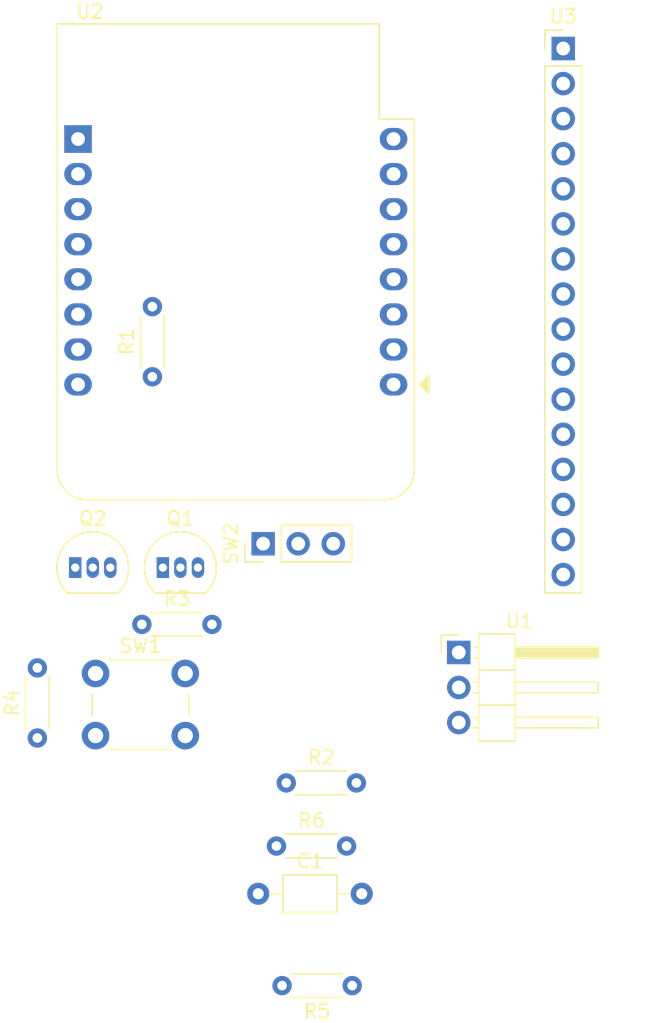
<source format=kicad_pcb>
(kicad_pcb (version 20171130) (host pcbnew 5.0.2+dfsg1-1)

  (general
    (thickness 1.6)
    (drawings 0)
    (tracks 0)
    (zones 0)
    (modules 14)
    (nets 18)
  )

  (page A4)
  (layers
    (0 F.Cu signal)
    (31 B.Cu signal)
    (32 B.Adhes user)
    (33 F.Adhes user)
    (34 B.Paste user)
    (35 F.Paste user)
    (36 B.SilkS user)
    (37 F.SilkS user)
    (38 B.Mask user)
    (39 F.Mask user)
    (40 Dwgs.User user)
    (41 Cmts.User user)
    (42 Eco1.User user)
    (43 Eco2.User user)
    (44 Edge.Cuts user)
    (45 Margin user)
    (46 B.CrtYd user)
    (47 F.CrtYd user)
    (48 B.Fab user)
    (49 F.Fab user)
  )

  (setup
    (last_trace_width 0.25)
    (trace_clearance 0.2)
    (zone_clearance 0.508)
    (zone_45_only no)
    (trace_min 0.2)
    (segment_width 0.2)
    (edge_width 0.15)
    (via_size 0.8)
    (via_drill 0.4)
    (via_min_size 0.4)
    (via_min_drill 0.3)
    (uvia_size 0.3)
    (uvia_drill 0.1)
    (uvias_allowed no)
    (uvia_min_size 0.2)
    (uvia_min_drill 0.1)
    (pcb_text_width 0.3)
    (pcb_text_size 1.5 1.5)
    (mod_edge_width 0.15)
    (mod_text_size 1 1)
    (mod_text_width 0.15)
    (pad_size 1.524 1.524)
    (pad_drill 0.762)
    (pad_to_mask_clearance 0.051)
    (solder_mask_min_width 0.25)
    (aux_axis_origin 0 0)
    (visible_elements FFFFFF7F)
    (pcbplotparams
      (layerselection 0x010fc_ffffffff)
      (usegerberextensions false)
      (usegerberattributes false)
      (usegerberadvancedattributes false)
      (creategerberjobfile false)
      (excludeedgelayer true)
      (linewidth 0.100000)
      (plotframeref false)
      (viasonmask false)
      (mode 1)
      (useauxorigin false)
      (hpglpennumber 1)
      (hpglpenspeed 20)
      (hpglpendiameter 15.000000)
      (psnegative false)
      (psa4output false)
      (plotreference true)
      (plotvalue true)
      (plotinvisibletext false)
      (padsonsilk false)
      (subtractmaskfromsilk false)
      (outputformat 1)
      (mirror false)
      (drillshape 1)
      (scaleselection 1)
      (outputdirectory ""))
  )

  (net 0 "")
  (net 1 "Net-(Q1-Pad2)")
  (net 2 "Net-(Q1-Pad3)")
  (net 3 +3V3)
  (net 4 GND)
  (net 5 "Net-(Q2-Pad2)")
  (net 6 "Net-(R1-Pad2)")
  (net 7 "Net-(R2-Pad2)")
  (net 8 "Net-(R4-Pad1)")
  (net 9 "Net-(C1-Pad1)")
  (net 10 "Net-(SW2-Pad2)")
  (net 11 "Net-(U1-Pad2)")
  (net 12 +5V)
  (net 13 "Net-(U2-Pad11)")
  (net 14 "Net-(U2-Pad12)")
  (net 15 "Net-(U2-Pad13)")
  (net 16 "Net-(U2-Pad14)")
  (net 17 "Net-(U2-Pad15)")

  (net_class Default "This is the default net class."
    (clearance 0.2)
    (trace_width 0.25)
    (via_dia 0.8)
    (via_drill 0.4)
    (uvia_dia 0.3)
    (uvia_drill 0.1)
    (add_net +3V3)
    (add_net +5V)
    (add_net GND)
    (add_net "Net-(C1-Pad1)")
    (add_net "Net-(Q1-Pad2)")
    (add_net "Net-(Q1-Pad3)")
    (add_net "Net-(Q2-Pad2)")
    (add_net "Net-(R1-Pad2)")
    (add_net "Net-(R2-Pad2)")
    (add_net "Net-(R4-Pad1)")
    (add_net "Net-(SW2-Pad2)")
    (add_net "Net-(U1-Pad2)")
    (add_net "Net-(U2-Pad11)")
    (add_net "Net-(U2-Pad12)")
    (add_net "Net-(U2-Pad13)")
    (add_net "Net-(U2-Pad14)")
    (add_net "Net-(U2-Pad15)")
  )

  (module TO_SOT_Packages_THT:TO-92_Inline_Narrow_Oval (layer F.Cu) (tedit 58CE52AF) (tstamp 5D7AF4EA)
    (at 169.5196 130.048)
    (descr "TO-92 leads in-line, narrow, oval pads, drill 0.6mm (see NXP sot054_po.pdf)")
    (tags "to-92 sc-43 sc-43a sot54 PA33 transistor")
    (path /5D69C8C7)
    (fp_text reference Q1 (at 1.27 -3.56) (layer F.SilkS)
      (effects (font (size 1 1) (thickness 0.15)))
    )
    (fp_text value 2N4403-ND (at 1.27 2.79) (layer F.Fab)
      (effects (font (size 1 1) (thickness 0.15)))
    )
    (fp_text user %R (at 1.27 -3.56) (layer F.Fab)
      (effects (font (size 1 1) (thickness 0.15)))
    )
    (fp_line (start -0.53 1.85) (end 3.07 1.85) (layer F.SilkS) (width 0.12))
    (fp_line (start -0.5 1.75) (end 3 1.75) (layer F.Fab) (width 0.1))
    (fp_line (start -1.46 -2.73) (end 4 -2.73) (layer F.CrtYd) (width 0.05))
    (fp_line (start -1.46 -2.73) (end -1.46 2.01) (layer F.CrtYd) (width 0.05))
    (fp_line (start 4 2.01) (end 4 -2.73) (layer F.CrtYd) (width 0.05))
    (fp_line (start 4 2.01) (end -1.46 2.01) (layer F.CrtYd) (width 0.05))
    (fp_arc (start 1.27 0) (end 1.27 -2.48) (angle 135) (layer F.Fab) (width 0.1))
    (fp_arc (start 1.27 0) (end 1.27 -2.6) (angle -135) (layer F.SilkS) (width 0.12))
    (fp_arc (start 1.27 0) (end 1.27 -2.48) (angle -135) (layer F.Fab) (width 0.1))
    (fp_arc (start 1.27 0) (end 1.27 -2.6) (angle 135) (layer F.SilkS) (width 0.12))
    (pad 2 thru_hole oval (at 1.27 0 180) (size 0.9 1.5) (drill 0.6) (layers *.Cu *.Mask)
      (net 1 "Net-(Q1-Pad2)"))
    (pad 3 thru_hole oval (at 2.54 0 180) (size 0.9 1.5) (drill 0.6) (layers *.Cu *.Mask)
      (net 2 "Net-(Q1-Pad3)"))
    (pad 1 thru_hole rect (at 0 0 180) (size 0.9 1.5) (drill 0.6) (layers *.Cu *.Mask)
      (net 3 +3V3))
    (model ${KISYS3DMOD}/TO_SOT_Packages_THT.3dshapes/TO-92_Inline_Narrow_Oval.wrl
      (offset (xyz 1.269999980926514 0 0))
      (scale (xyz 1 1 1))
      (rotate (xyz 0 0 -90))
    )
  )

  (module TO_SOT_Packages_THT:TO-92_Inline_Narrow_Oval (layer F.Cu) (tedit 58CE52AF) (tstamp 5D7AF4FC)
    (at 163.1696 130.048)
    (descr "TO-92 leads in-line, narrow, oval pads, drill 0.6mm (see NXP sot054_po.pdf)")
    (tags "to-92 sc-43 sc-43a sot54 PA33 transistor")
    (path /5D69BEDE)
    (fp_text reference Q2 (at 1.27 -3.56) (layer F.SilkS)
      (effects (font (size 1 1) (thickness 0.15)))
    )
    (fp_text value 2N4401-ND (at 1.27 2.79) (layer F.Fab)
      (effects (font (size 1 1) (thickness 0.15)))
    )
    (fp_arc (start 1.27 0) (end 1.27 -2.6) (angle 135) (layer F.SilkS) (width 0.12))
    (fp_arc (start 1.27 0) (end 1.27 -2.48) (angle -135) (layer F.Fab) (width 0.1))
    (fp_arc (start 1.27 0) (end 1.27 -2.6) (angle -135) (layer F.SilkS) (width 0.12))
    (fp_arc (start 1.27 0) (end 1.27 -2.48) (angle 135) (layer F.Fab) (width 0.1))
    (fp_line (start 4 2.01) (end -1.46 2.01) (layer F.CrtYd) (width 0.05))
    (fp_line (start 4 2.01) (end 4 -2.73) (layer F.CrtYd) (width 0.05))
    (fp_line (start -1.46 -2.73) (end -1.46 2.01) (layer F.CrtYd) (width 0.05))
    (fp_line (start -1.46 -2.73) (end 4 -2.73) (layer F.CrtYd) (width 0.05))
    (fp_line (start -0.5 1.75) (end 3 1.75) (layer F.Fab) (width 0.1))
    (fp_line (start -0.53 1.85) (end 3.07 1.85) (layer F.SilkS) (width 0.12))
    (fp_text user %R (at 1.27 -3.56) (layer F.Fab)
      (effects (font (size 1 1) (thickness 0.15)))
    )
    (pad 1 thru_hole rect (at 0 0 180) (size 0.9 1.5) (drill 0.6) (layers *.Cu *.Mask)
      (net 4 GND))
    (pad 3 thru_hole oval (at 2.54 0 180) (size 0.9 1.5) (drill 0.6) (layers *.Cu *.Mask)
      (net 1 "Net-(Q1-Pad2)"))
    (pad 2 thru_hole oval (at 1.27 0 180) (size 0.9 1.5) (drill 0.6) (layers *.Cu *.Mask)
      (net 5 "Net-(Q2-Pad2)"))
    (model ${KISYS3DMOD}/TO_SOT_Packages_THT.3dshapes/TO-92_Inline_Narrow_Oval.wrl
      (offset (xyz 1.269999980926514 0 0))
      (scale (xyz 1 1 1))
      (rotate (xyz 0 0 -90))
    )
  )

  (module Resistors_THT:R_Axial_DIN0204_L3.6mm_D1.6mm_P5.08mm_Horizontal (layer F.Cu) (tedit 5874F706) (tstamp 5D7AF50E)
    (at 168.7576 116.2304 90)
    (descr "Resistor, Axial_DIN0204 series, Axial, Horizontal, pin pitch=5.08mm, 0.16666666666666666W = 1/6W, length*diameter=3.6*1.6mm^2, http://cdn-reichelt.de/documents/datenblatt/B400/1_4W%23YAG.pdf")
    (tags "Resistor Axial_DIN0204 series Axial Horizontal pin pitch 5.08mm 0.16666666666666666W = 1/6W length 3.6mm diameter 1.6mm")
    (path /5D69E765)
    (fp_text reference R1 (at 2.54 -1.86 90) (layer F.SilkS)
      (effects (font (size 1 1) (thickness 0.15)))
    )
    (fp_text value 4.7k (at 2.54 1.86 90) (layer F.Fab)
      (effects (font (size 1 1) (thickness 0.15)))
    )
    (fp_line (start 0.74 -0.8) (end 0.74 0.8) (layer F.Fab) (width 0.1))
    (fp_line (start 0.74 0.8) (end 4.34 0.8) (layer F.Fab) (width 0.1))
    (fp_line (start 4.34 0.8) (end 4.34 -0.8) (layer F.Fab) (width 0.1))
    (fp_line (start 4.34 -0.8) (end 0.74 -0.8) (layer F.Fab) (width 0.1))
    (fp_line (start 0 0) (end 0.74 0) (layer F.Fab) (width 0.1))
    (fp_line (start 5.08 0) (end 4.34 0) (layer F.Fab) (width 0.1))
    (fp_line (start 0.68 -0.86) (end 4.4 -0.86) (layer F.SilkS) (width 0.12))
    (fp_line (start 0.68 0.86) (end 4.4 0.86) (layer F.SilkS) (width 0.12))
    (fp_line (start -0.95 -1.15) (end -0.95 1.15) (layer F.CrtYd) (width 0.05))
    (fp_line (start -0.95 1.15) (end 6.05 1.15) (layer F.CrtYd) (width 0.05))
    (fp_line (start 6.05 1.15) (end 6.05 -1.15) (layer F.CrtYd) (width 0.05))
    (fp_line (start 6.05 -1.15) (end -0.95 -1.15) (layer F.CrtYd) (width 0.05))
    (pad 1 thru_hole circle (at 0 0 90) (size 1.4 1.4) (drill 0.7) (layers *.Cu *.Mask)
      (net 5 "Net-(Q2-Pad2)"))
    (pad 2 thru_hole oval (at 5.08 0 90) (size 1.4 1.4) (drill 0.7) (layers *.Cu *.Mask)
      (net 6 "Net-(R1-Pad2)"))
    (model ${KISYS3DMOD}/Resistors_THT.3dshapes/R_Axial_DIN0204_L3.6mm_D1.6mm_P5.08mm_Horizontal.wrl
      (at (xyz 0 0 0))
      (scale (xyz 0.393701 0.393701 0.393701))
      (rotate (xyz 0 0 0))
    )
  )

  (module Resistors_THT:R_Axial_DIN0204_L3.6mm_D1.6mm_P5.08mm_Horizontal (layer F.Cu) (tedit 5874F706) (tstamp 5D7AF520)
    (at 178.4604 145.6436)
    (descr "Resistor, Axial_DIN0204 series, Axial, Horizontal, pin pitch=5.08mm, 0.16666666666666666W = 1/6W, length*diameter=3.6*1.6mm^2, http://cdn-reichelt.de/documents/datenblatt/B400/1_4W%23YAG.pdf")
    (tags "Resistor Axial_DIN0204 series Axial Horizontal pin pitch 5.08mm 0.16666666666666666W = 1/6W length 3.6mm diameter 1.6mm")
    (path /5D6B65AE)
    (fp_text reference R2 (at 2.54 -1.86) (layer F.SilkS)
      (effects (font (size 1 1) (thickness 0.15)))
    )
    (fp_text value 220 (at 2.54 1.86) (layer F.Fab)
      (effects (font (size 1 1) (thickness 0.15)))
    )
    (fp_line (start 6.05 -1.15) (end -0.95 -1.15) (layer F.CrtYd) (width 0.05))
    (fp_line (start 6.05 1.15) (end 6.05 -1.15) (layer F.CrtYd) (width 0.05))
    (fp_line (start -0.95 1.15) (end 6.05 1.15) (layer F.CrtYd) (width 0.05))
    (fp_line (start -0.95 -1.15) (end -0.95 1.15) (layer F.CrtYd) (width 0.05))
    (fp_line (start 0.68 0.86) (end 4.4 0.86) (layer F.SilkS) (width 0.12))
    (fp_line (start 0.68 -0.86) (end 4.4 -0.86) (layer F.SilkS) (width 0.12))
    (fp_line (start 5.08 0) (end 4.34 0) (layer F.Fab) (width 0.1))
    (fp_line (start 0 0) (end 0.74 0) (layer F.Fab) (width 0.1))
    (fp_line (start 4.34 -0.8) (end 0.74 -0.8) (layer F.Fab) (width 0.1))
    (fp_line (start 4.34 0.8) (end 4.34 -0.8) (layer F.Fab) (width 0.1))
    (fp_line (start 0.74 0.8) (end 4.34 0.8) (layer F.Fab) (width 0.1))
    (fp_line (start 0.74 -0.8) (end 0.74 0.8) (layer F.Fab) (width 0.1))
    (pad 2 thru_hole oval (at 5.08 0) (size 1.4 1.4) (drill 0.7) (layers *.Cu *.Mask)
      (net 7 "Net-(R2-Pad2)"))
    (pad 1 thru_hole circle (at 0 0) (size 1.4 1.4) (drill 0.7) (layers *.Cu *.Mask)
      (net 3 +3V3))
    (model ${KISYS3DMOD}/Resistors_THT.3dshapes/R_Axial_DIN0204_L3.6mm_D1.6mm_P5.08mm_Horizontal.wrl
      (at (xyz 0 0 0))
      (scale (xyz 0.393701 0.393701 0.393701))
      (rotate (xyz 0 0 0))
    )
  )

  (module Resistors_THT:R_Axial_DIN0204_L3.6mm_D1.6mm_P5.08mm_Horizontal (layer F.Cu) (tedit 5874F706) (tstamp 5D7AF532)
    (at 167.9956 134.1628)
    (descr "Resistor, Axial_DIN0204 series, Axial, Horizontal, pin pitch=5.08mm, 0.16666666666666666W = 1/6W, length*diameter=3.6*1.6mm^2, http://cdn-reichelt.de/documents/datenblatt/B400/1_4W%23YAG.pdf")
    (tags "Resistor Axial_DIN0204 series Axial Horizontal pin pitch 5.08mm 0.16666666666666666W = 1/6W length 3.6mm diameter 1.6mm")
    (path /5D69E708)
    (fp_text reference R3 (at 2.54 -1.86) (layer F.SilkS)
      (effects (font (size 1 1) (thickness 0.15)))
    )
    (fp_text value 4.7k (at 2.54 1.86) (layer F.Fab)
      (effects (font (size 1 1) (thickness 0.15)))
    )
    (fp_line (start 6.05 -1.15) (end -0.95 -1.15) (layer F.CrtYd) (width 0.05))
    (fp_line (start 6.05 1.15) (end 6.05 -1.15) (layer F.CrtYd) (width 0.05))
    (fp_line (start -0.95 1.15) (end 6.05 1.15) (layer F.CrtYd) (width 0.05))
    (fp_line (start -0.95 -1.15) (end -0.95 1.15) (layer F.CrtYd) (width 0.05))
    (fp_line (start 0.68 0.86) (end 4.4 0.86) (layer F.SilkS) (width 0.12))
    (fp_line (start 0.68 -0.86) (end 4.4 -0.86) (layer F.SilkS) (width 0.12))
    (fp_line (start 5.08 0) (end 4.34 0) (layer F.Fab) (width 0.1))
    (fp_line (start 0 0) (end 0.74 0) (layer F.Fab) (width 0.1))
    (fp_line (start 4.34 -0.8) (end 0.74 -0.8) (layer F.Fab) (width 0.1))
    (fp_line (start 4.34 0.8) (end 4.34 -0.8) (layer F.Fab) (width 0.1))
    (fp_line (start 0.74 0.8) (end 4.34 0.8) (layer F.Fab) (width 0.1))
    (fp_line (start 0.74 -0.8) (end 0.74 0.8) (layer F.Fab) (width 0.1))
    (pad 2 thru_hole oval (at 5.08 0) (size 1.4 1.4) (drill 0.7) (layers *.Cu *.Mask)
      (net 3 +3V3))
    (pad 1 thru_hole circle (at 0 0) (size 1.4 1.4) (drill 0.7) (layers *.Cu *.Mask)
      (net 1 "Net-(Q1-Pad2)"))
    (model ${KISYS3DMOD}/Resistors_THT.3dshapes/R_Axial_DIN0204_L3.6mm_D1.6mm_P5.08mm_Horizontal.wrl
      (at (xyz 0 0 0))
      (scale (xyz 0.393701 0.393701 0.393701))
      (rotate (xyz 0 0 0))
    )
  )

  (module Resistors_THT:R_Axial_DIN0204_L3.6mm_D1.6mm_P5.08mm_Horizontal (layer F.Cu) (tedit 5874F706) (tstamp 5D7AF544)
    (at 160.4264 142.3924 90)
    (descr "Resistor, Axial_DIN0204 series, Axial, Horizontal, pin pitch=5.08mm, 0.16666666666666666W = 1/6W, length*diameter=3.6*1.6mm^2, http://cdn-reichelt.de/documents/datenblatt/B400/1_4W%23YAG.pdf")
    (tags "Resistor Axial_DIN0204 series Axial Horizontal pin pitch 5.08mm 0.16666666666666666W = 1/6W length 3.6mm diameter 1.6mm")
    (path /5D76AA6E)
    (fp_text reference R4 (at 2.54 -1.86 90) (layer F.SilkS)
      (effects (font (size 1 1) (thickness 0.15)))
    )
    (fp_text value 10k (at 2.54 1.86 90) (layer F.Fab)
      (effects (font (size 1 1) (thickness 0.15)))
    )
    (fp_line (start 0.74 -0.8) (end 0.74 0.8) (layer F.Fab) (width 0.1))
    (fp_line (start 0.74 0.8) (end 4.34 0.8) (layer F.Fab) (width 0.1))
    (fp_line (start 4.34 0.8) (end 4.34 -0.8) (layer F.Fab) (width 0.1))
    (fp_line (start 4.34 -0.8) (end 0.74 -0.8) (layer F.Fab) (width 0.1))
    (fp_line (start 0 0) (end 0.74 0) (layer F.Fab) (width 0.1))
    (fp_line (start 5.08 0) (end 4.34 0) (layer F.Fab) (width 0.1))
    (fp_line (start 0.68 -0.86) (end 4.4 -0.86) (layer F.SilkS) (width 0.12))
    (fp_line (start 0.68 0.86) (end 4.4 0.86) (layer F.SilkS) (width 0.12))
    (fp_line (start -0.95 -1.15) (end -0.95 1.15) (layer F.CrtYd) (width 0.05))
    (fp_line (start -0.95 1.15) (end 6.05 1.15) (layer F.CrtYd) (width 0.05))
    (fp_line (start 6.05 1.15) (end 6.05 -1.15) (layer F.CrtYd) (width 0.05))
    (fp_line (start 6.05 -1.15) (end -0.95 -1.15) (layer F.CrtYd) (width 0.05))
    (pad 1 thru_hole circle (at 0 0 90) (size 1.4 1.4) (drill 0.7) (layers *.Cu *.Mask)
      (net 8 "Net-(R4-Pad1)"))
    (pad 2 thru_hole oval (at 5.08 0 90) (size 1.4 1.4) (drill 0.7) (layers *.Cu *.Mask)
      (net 4 GND))
    (model ${KISYS3DMOD}/Resistors_THT.3dshapes/R_Axial_DIN0204_L3.6mm_D1.6mm_P5.08mm_Horizontal.wrl
      (at (xyz 0 0 0))
      (scale (xyz 0.393701 0.393701 0.393701))
      (rotate (xyz 0 0 0))
    )
  )

  (module Resistors_THT:R_Axial_DIN0204_L3.6mm_D1.6mm_P5.08mm_Horizontal (layer F.Cu) (tedit 5874F706) (tstamp 5D7AF556)
    (at 183.2356 160.3248 180)
    (descr "Resistor, Axial_DIN0204 series, Axial, Horizontal, pin pitch=5.08mm, 0.16666666666666666W = 1/6W, length*diameter=3.6*1.6mm^2, http://cdn-reichelt.de/documents/datenblatt/B400/1_4W%23YAG.pdf")
    (tags "Resistor Axial_DIN0204 series Axial Horizontal pin pitch 5.08mm 0.16666666666666666W = 1/6W length 3.6mm diameter 1.6mm")
    (path /5D6B739F)
    (fp_text reference R5 (at 2.54 -1.86 180) (layer F.SilkS)
      (effects (font (size 1 1) (thickness 0.15)))
    )
    (fp_text value 70-36k (at 2.54 1.86 180) (layer F.Fab)
      (effects (font (size 1 1) (thickness 0.15)))
    )
    (fp_line (start 6.05 -1.15) (end -0.95 -1.15) (layer F.CrtYd) (width 0.05))
    (fp_line (start 6.05 1.15) (end 6.05 -1.15) (layer F.CrtYd) (width 0.05))
    (fp_line (start -0.95 1.15) (end 6.05 1.15) (layer F.CrtYd) (width 0.05))
    (fp_line (start -0.95 -1.15) (end -0.95 1.15) (layer F.CrtYd) (width 0.05))
    (fp_line (start 0.68 0.86) (end 4.4 0.86) (layer F.SilkS) (width 0.12))
    (fp_line (start 0.68 -0.86) (end 4.4 -0.86) (layer F.SilkS) (width 0.12))
    (fp_line (start 5.08 0) (end 4.34 0) (layer F.Fab) (width 0.1))
    (fp_line (start 0 0) (end 0.74 0) (layer F.Fab) (width 0.1))
    (fp_line (start 4.34 -0.8) (end 0.74 -0.8) (layer F.Fab) (width 0.1))
    (fp_line (start 4.34 0.8) (end 4.34 -0.8) (layer F.Fab) (width 0.1))
    (fp_line (start 0.74 0.8) (end 4.34 0.8) (layer F.Fab) (width 0.1))
    (fp_line (start 0.74 -0.8) (end 0.74 0.8) (layer F.Fab) (width 0.1))
    (pad 2 thru_hole oval (at 5.08 0 180) (size 1.4 1.4) (drill 0.7) (layers *.Cu *.Mask)
      (net 9 "Net-(C1-Pad1)"))
    (pad 1 thru_hole circle (at 0 0 180) (size 1.4 1.4) (drill 0.7) (layers *.Cu *.Mask)
      (net 7 "Net-(R2-Pad2)"))
    (model ${KISYS3DMOD}/Resistors_THT.3dshapes/R_Axial_DIN0204_L3.6mm_D1.6mm_P5.08mm_Horizontal.wrl
      (at (xyz 0 0 0))
      (scale (xyz 0.393701 0.393701 0.393701))
      (rotate (xyz 0 0 0))
    )
  )

  (module Resistors_THT:R_Axial_DIN0204_L3.6mm_D1.6mm_P5.08mm_Horizontal (layer F.Cu) (tedit 5874F706) (tstamp 5D7AF568)
    (at 177.7492 150.2156)
    (descr "Resistor, Axial_DIN0204 series, Axial, Horizontal, pin pitch=5.08mm, 0.16666666666666666W = 1/6W, length*diameter=3.6*1.6mm^2, http://cdn-reichelt.de/documents/datenblatt/B400/1_4W%23YAG.pdf")
    (tags "Resistor Axial_DIN0204 series Axial Horizontal pin pitch 5.08mm 0.16666666666666666W = 1/6W length 3.6mm diameter 1.6mm")
    (path /5D6B6647)
    (fp_text reference R6 (at 2.54 -1.86) (layer F.SilkS)
      (effects (font (size 1 1) (thickness 0.15)))
    )
    (fp_text value 10k (at 2.54 1.86) (layer F.Fab)
      (effects (font (size 1 1) (thickness 0.15)))
    )
    (fp_line (start 0.74 -0.8) (end 0.74 0.8) (layer F.Fab) (width 0.1))
    (fp_line (start 0.74 0.8) (end 4.34 0.8) (layer F.Fab) (width 0.1))
    (fp_line (start 4.34 0.8) (end 4.34 -0.8) (layer F.Fab) (width 0.1))
    (fp_line (start 4.34 -0.8) (end 0.74 -0.8) (layer F.Fab) (width 0.1))
    (fp_line (start 0 0) (end 0.74 0) (layer F.Fab) (width 0.1))
    (fp_line (start 5.08 0) (end 4.34 0) (layer F.Fab) (width 0.1))
    (fp_line (start 0.68 -0.86) (end 4.4 -0.86) (layer F.SilkS) (width 0.12))
    (fp_line (start 0.68 0.86) (end 4.4 0.86) (layer F.SilkS) (width 0.12))
    (fp_line (start -0.95 -1.15) (end -0.95 1.15) (layer F.CrtYd) (width 0.05))
    (fp_line (start -0.95 1.15) (end 6.05 1.15) (layer F.CrtYd) (width 0.05))
    (fp_line (start 6.05 1.15) (end 6.05 -1.15) (layer F.CrtYd) (width 0.05))
    (fp_line (start 6.05 -1.15) (end -0.95 -1.15) (layer F.CrtYd) (width 0.05))
    (pad 1 thru_hole circle (at 0 0) (size 1.4 1.4) (drill 0.7) (layers *.Cu *.Mask)
      (net 9 "Net-(C1-Pad1)"))
    (pad 2 thru_hole oval (at 5.08 0) (size 1.4 1.4) (drill 0.7) (layers *.Cu *.Mask)
      (net 4 GND))
    (model ${KISYS3DMOD}/Resistors_THT.3dshapes/R_Axial_DIN0204_L3.6mm_D1.6mm_P5.08mm_Horizontal.wrl
      (at (xyz 0 0 0))
      (scale (xyz 0.393701 0.393701 0.393701))
      (rotate (xyz 0 0 0))
    )
  )

  (module Buttons_Switches_THT:SW_PUSH_6mm_h5mm (layer F.Cu) (tedit 5923F252) (tstamp 5D7AF587)
    (at 164.6428 137.7188)
    (descr "tactile push button, 6x6mm e.g. PHAP33xx series, height=5mm")
    (tags "tact sw push 6mm")
    (path /5D76A877)
    (fp_text reference SW1 (at 3.25 -2) (layer F.SilkS)
      (effects (font (size 1 1) (thickness 0.15)))
    )
    (fp_text value SW_Push (at 3.75 6.7) (layer F.Fab)
      (effects (font (size 1 1) (thickness 0.15)))
    )
    (fp_circle (center 3.25 2.25) (end 1.25 2.5) (layer F.Fab) (width 0.1))
    (fp_line (start 6.75 3) (end 6.75 1.5) (layer F.SilkS) (width 0.12))
    (fp_line (start 5.5 -1) (end 1 -1) (layer F.SilkS) (width 0.12))
    (fp_line (start -0.25 1.5) (end -0.25 3) (layer F.SilkS) (width 0.12))
    (fp_line (start 1 5.5) (end 5.5 5.5) (layer F.SilkS) (width 0.12))
    (fp_line (start 8 -1.25) (end 8 5.75) (layer F.CrtYd) (width 0.05))
    (fp_line (start 7.75 6) (end -1.25 6) (layer F.CrtYd) (width 0.05))
    (fp_line (start -1.5 5.75) (end -1.5 -1.25) (layer F.CrtYd) (width 0.05))
    (fp_line (start -1.25 -1.5) (end 7.75 -1.5) (layer F.CrtYd) (width 0.05))
    (fp_line (start -1.5 6) (end -1.25 6) (layer F.CrtYd) (width 0.05))
    (fp_line (start -1.5 5.75) (end -1.5 6) (layer F.CrtYd) (width 0.05))
    (fp_line (start -1.5 -1.5) (end -1.25 -1.5) (layer F.CrtYd) (width 0.05))
    (fp_line (start -1.5 -1.25) (end -1.5 -1.5) (layer F.CrtYd) (width 0.05))
    (fp_line (start 8 -1.5) (end 8 -1.25) (layer F.CrtYd) (width 0.05))
    (fp_line (start 7.75 -1.5) (end 8 -1.5) (layer F.CrtYd) (width 0.05))
    (fp_line (start 8 6) (end 8 5.75) (layer F.CrtYd) (width 0.05))
    (fp_line (start 7.75 6) (end 8 6) (layer F.CrtYd) (width 0.05))
    (fp_line (start 0.25 -0.75) (end 3.25 -0.75) (layer F.Fab) (width 0.1))
    (fp_line (start 0.25 5.25) (end 0.25 -0.75) (layer F.Fab) (width 0.1))
    (fp_line (start 6.25 5.25) (end 0.25 5.25) (layer F.Fab) (width 0.1))
    (fp_line (start 6.25 -0.75) (end 6.25 5.25) (layer F.Fab) (width 0.1))
    (fp_line (start 3.25 -0.75) (end 6.25 -0.75) (layer F.Fab) (width 0.1))
    (fp_text user %R (at 3.25 2.25) (layer F.Fab)
      (effects (font (size 1 1) (thickness 0.15)))
    )
    (pad 1 thru_hole circle (at 6.5 0 90) (size 2 2) (drill 1.1) (layers *.Cu *.Mask)
      (net 3 +3V3))
    (pad 2 thru_hole circle (at 6.5 4.5 90) (size 2 2) (drill 1.1) (layers *.Cu *.Mask)
      (net 8 "Net-(R4-Pad1)"))
    (pad 1 thru_hole circle (at 0 0 90) (size 2 2) (drill 1.1) (layers *.Cu *.Mask)
      (net 3 +3V3))
    (pad 2 thru_hole circle (at 0 4.5 90) (size 2 2) (drill 1.1) (layers *.Cu *.Mask)
      (net 8 "Net-(R4-Pad1)"))
    (model ${KISYS3DMOD}/Buttons_Switches_THT.3dshapes/SW_PUSH_6mm_h5mm.wrl
      (offset (xyz 0.1269999980926514 0 0))
      (scale (xyz 0.3937 0.3937 0.3937))
      (rotate (xyz 0 0 0))
    )
  )

  (module Pin_Headers:Pin_Header_Straight_1x03_Pitch2.54mm (layer F.Cu) (tedit 59650532) (tstamp 5D7AF59E)
    (at 176.784 128.3208 90)
    (descr "Through hole straight pin header, 1x03, 2.54mm pitch, single row")
    (tags "Through hole pin header THT 1x03 2.54mm single row")
    (path /5D7AFB50)
    (fp_text reference SW2 (at 0 -2.33 90) (layer F.SilkS)
      (effects (font (size 1 1) (thickness 0.15)))
    )
    (fp_text value SW_SPDT (at 0 7.41 90) (layer F.Fab)
      (effects (font (size 1 1) (thickness 0.15)))
    )
    (fp_text user %R (at 0 2.54 180) (layer F.Fab)
      (effects (font (size 1 1) (thickness 0.15)))
    )
    (fp_line (start 1.8 -1.8) (end -1.8 -1.8) (layer F.CrtYd) (width 0.05))
    (fp_line (start 1.8 6.85) (end 1.8 -1.8) (layer F.CrtYd) (width 0.05))
    (fp_line (start -1.8 6.85) (end 1.8 6.85) (layer F.CrtYd) (width 0.05))
    (fp_line (start -1.8 -1.8) (end -1.8 6.85) (layer F.CrtYd) (width 0.05))
    (fp_line (start -1.33 -1.33) (end 0 -1.33) (layer F.SilkS) (width 0.12))
    (fp_line (start -1.33 0) (end -1.33 -1.33) (layer F.SilkS) (width 0.12))
    (fp_line (start -1.33 1.27) (end 1.33 1.27) (layer F.SilkS) (width 0.12))
    (fp_line (start 1.33 1.27) (end 1.33 6.41) (layer F.SilkS) (width 0.12))
    (fp_line (start -1.33 1.27) (end -1.33 6.41) (layer F.SilkS) (width 0.12))
    (fp_line (start -1.33 6.41) (end 1.33 6.41) (layer F.SilkS) (width 0.12))
    (fp_line (start -1.27 -0.635) (end -0.635 -1.27) (layer F.Fab) (width 0.1))
    (fp_line (start -1.27 6.35) (end -1.27 -0.635) (layer F.Fab) (width 0.1))
    (fp_line (start 1.27 6.35) (end -1.27 6.35) (layer F.Fab) (width 0.1))
    (fp_line (start 1.27 -1.27) (end 1.27 6.35) (layer F.Fab) (width 0.1))
    (fp_line (start -0.635 -1.27) (end 1.27 -1.27) (layer F.Fab) (width 0.1))
    (pad 3 thru_hole oval (at 0 5.08 90) (size 1.7 1.7) (drill 1) (layers *.Cu *.Mask)
      (net 3 +3V3))
    (pad 2 thru_hole oval (at 0 2.54 90) (size 1.7 1.7) (drill 1) (layers *.Cu *.Mask)
      (net 10 "Net-(SW2-Pad2)"))
    (pad 1 thru_hole rect (at 0 0 90) (size 1.7 1.7) (drill 1) (layers *.Cu *.Mask)
      (net 2 "Net-(Q1-Pad3)"))
    (model ${KISYS3DMOD}/Pin_Headers.3dshapes/Pin_Header_Straight_1x03_Pitch2.54mm.wrl
      (at (xyz 0 0 0))
      (scale (xyz 1 1 1))
      (rotate (xyz 0 0 0))
    )
  )

  (module Pin_Headers:Pin_Header_Straight_1x16_Pitch2.54mm (layer F.Cu) (tedit 59650532) (tstamp 5D7AF645)
    (at 198.5264 92.456)
    (descr "Through hole straight pin header, 1x16, 2.54mm pitch, single row")
    (tags "Through hole pin header THT 1x16 2.54mm single row")
    (path /5D6562B8)
    (fp_text reference U3 (at 0 -2.33) (layer F.SilkS)
      (effects (font (size 1 1) (thickness 0.15)))
    )
    (fp_text value TFTLCD_ST7735R (at 0 40.43) (layer F.Fab)
      (effects (font (size 1 1) (thickness 0.15)))
    )
    (fp_text user %R (at 0 19.05 90) (layer F.Fab)
      (effects (font (size 1 1) (thickness 0.15)))
    )
    (fp_line (start 1.8 -1.8) (end -1.8 -1.8) (layer F.CrtYd) (width 0.05))
    (fp_line (start 1.8 39.9) (end 1.8 -1.8) (layer F.CrtYd) (width 0.05))
    (fp_line (start -1.8 39.9) (end 1.8 39.9) (layer F.CrtYd) (width 0.05))
    (fp_line (start -1.8 -1.8) (end -1.8 39.9) (layer F.CrtYd) (width 0.05))
    (fp_line (start -1.33 -1.33) (end 0 -1.33) (layer F.SilkS) (width 0.12))
    (fp_line (start -1.33 0) (end -1.33 -1.33) (layer F.SilkS) (width 0.12))
    (fp_line (start -1.33 1.27) (end 1.33 1.27) (layer F.SilkS) (width 0.12))
    (fp_line (start 1.33 1.27) (end 1.33 39.43) (layer F.SilkS) (width 0.12))
    (fp_line (start -1.33 1.27) (end -1.33 39.43) (layer F.SilkS) (width 0.12))
    (fp_line (start -1.33 39.43) (end 1.33 39.43) (layer F.SilkS) (width 0.12))
    (fp_line (start -1.27 -0.635) (end -0.635 -1.27) (layer F.Fab) (width 0.1))
    (fp_line (start -1.27 39.37) (end -1.27 -0.635) (layer F.Fab) (width 0.1))
    (fp_line (start 1.27 39.37) (end -1.27 39.37) (layer F.Fab) (width 0.1))
    (fp_line (start 1.27 -1.27) (end 1.27 39.37) (layer F.Fab) (width 0.1))
    (fp_line (start -0.635 -1.27) (end 1.27 -1.27) (layer F.Fab) (width 0.1))
    (pad 16 thru_hole oval (at 0 38.1) (size 1.7 1.7) (drill 1) (layers *.Cu *.Mask)
      (net 4 GND))
    (pad 15 thru_hole oval (at 0 35.56) (size 1.7 1.7) (drill 1) (layers *.Cu *.Mask)
      (net 10 "Net-(SW2-Pad2)"))
    (pad 14 thru_hole oval (at 0 33.02) (size 1.7 1.7) (drill 1) (layers *.Cu *.Mask))
    (pad 13 thru_hole oval (at 0 30.48) (size 1.7 1.7) (drill 1) (layers *.Cu *.Mask))
    (pad 12 thru_hole oval (at 0 27.94) (size 1.7 1.7) (drill 1) (layers *.Cu *.Mask))
    (pad 11 thru_hole oval (at 0 25.4) (size 1.7 1.7) (drill 1) (layers *.Cu *.Mask))
    (pad 10 thru_hole oval (at 0 22.86) (size 1.7 1.7) (drill 1) (layers *.Cu *.Mask)
      (net 17 "Net-(U2-Pad15)"))
    (pad 9 thru_hole oval (at 0 20.32) (size 1.7 1.7) (drill 1) (layers *.Cu *.Mask)
      (net 14 "Net-(U2-Pad12)"))
    (pad 8 thru_hole oval (at 0 17.78) (size 1.7 1.7) (drill 1) (layers *.Cu *.Mask)
      (net 16 "Net-(U2-Pad14)"))
    (pad 7 thru_hole oval (at 0 15.24) (size 1.7 1.7) (drill 1) (layers *.Cu *.Mask)
      (net 13 "Net-(U2-Pad11)"))
    (pad 6 thru_hole oval (at 0 12.7) (size 1.7 1.7) (drill 1) (layers *.Cu *.Mask)
      (net 15 "Net-(U2-Pad13)"))
    (pad 5 thru_hole oval (at 0 10.16) (size 1.7 1.7) (drill 1) (layers *.Cu *.Mask))
    (pad 4 thru_hole oval (at 0 7.62) (size 1.7 1.7) (drill 1) (layers *.Cu *.Mask))
    (pad 3 thru_hole oval (at 0 5.08) (size 1.7 1.7) (drill 1) (layers *.Cu *.Mask))
    (pad 2 thru_hole oval (at 0 2.54) (size 1.7 1.7) (drill 1) (layers *.Cu *.Mask)
      (net 4 GND))
    (pad 1 thru_hole rect (at 0 0) (size 1.7 1.7) (drill 1) (layers *.Cu *.Mask)
      (net 12 +5V))
    (model ${KISYS3DMOD}/Pin_Headers.3dshapes/Pin_Header_Straight_1x16_Pitch2.54mm.wrl
      (at (xyz 0 0 0))
      (scale (xyz 1 1 1))
      (rotate (xyz 0 0 0))
    )
  )

  (module Capacitors_THT:C_Axial_L3.8mm_D2.6mm_P7.50mm_Horizontal (layer F.Cu) (tedit 597BC7C2) (tstamp 5D7AFA68)
    (at 176.4284 153.67)
    (descr "C, Axial series, Axial, Horizontal, pin pitch=7.5mm, , length*diameter=3.8*2.6mm^2, http://www.vishay.com/docs/45231/arseries.pdf")
    (tags "C Axial series Axial Horizontal pin pitch 7.5mm  length 3.8mm diameter 2.6mm")
    (path /5D6B98B3)
    (fp_text reference C1 (at 3.75 -2.36) (layer F.SilkS)
      (effects (font (size 1 1) (thickness 0.15)))
    )
    (fp_text value 0.1u (at 3.75 2.36) (layer F.Fab)
      (effects (font (size 1 1) (thickness 0.15)))
    )
    (fp_text user %R (at 3.75 0) (layer F.Fab)
      (effects (font (size 1 1) (thickness 0.15)))
    )
    (fp_line (start 8.55 -1.65) (end -1.05 -1.65) (layer F.CrtYd) (width 0.05))
    (fp_line (start 8.55 1.65) (end 8.55 -1.65) (layer F.CrtYd) (width 0.05))
    (fp_line (start -1.05 1.65) (end 8.55 1.65) (layer F.CrtYd) (width 0.05))
    (fp_line (start -1.05 -1.65) (end -1.05 1.65) (layer F.CrtYd) (width 0.05))
    (fp_line (start 6.52 0) (end 5.71 0) (layer F.SilkS) (width 0.12))
    (fp_line (start 0.98 0) (end 1.79 0) (layer F.SilkS) (width 0.12))
    (fp_line (start 5.71 -1.36) (end 1.79 -1.36) (layer F.SilkS) (width 0.12))
    (fp_line (start 5.71 1.36) (end 5.71 -1.36) (layer F.SilkS) (width 0.12))
    (fp_line (start 1.79 1.36) (end 5.71 1.36) (layer F.SilkS) (width 0.12))
    (fp_line (start 1.79 -1.36) (end 1.79 1.36) (layer F.SilkS) (width 0.12))
    (fp_line (start 7.5 0) (end 5.65 0) (layer F.Fab) (width 0.1))
    (fp_line (start 0 0) (end 1.85 0) (layer F.Fab) (width 0.1))
    (fp_line (start 5.65 -1.3) (end 1.85 -1.3) (layer F.Fab) (width 0.1))
    (fp_line (start 5.65 1.3) (end 5.65 -1.3) (layer F.Fab) (width 0.1))
    (fp_line (start 1.85 1.3) (end 5.65 1.3) (layer F.Fab) (width 0.1))
    (fp_line (start 1.85 -1.3) (end 1.85 1.3) (layer F.Fab) (width 0.1))
    (pad 2 thru_hole oval (at 7.5 0) (size 1.6 1.6) (drill 0.8) (layers *.Cu *.Mask)
      (net 4 GND))
    (pad 1 thru_hole circle (at 0 0) (size 1.6 1.6) (drill 0.8) (layers *.Cu *.Mask)
      (net 9 "Net-(C1-Pad1)"))
    (model ${KISYS3DMOD}/Capacitors_THT.3dshapes/C_Axial_L3.8mm_D2.6mm_P7.50mm_Horizontal.wrl
      (at (xyz 0 0 0))
      (scale (xyz 1 1 1))
      (rotate (xyz 0 0 0))
    )
  )

  (module Modules2:WEMOS_D1_mini_light (layer F.Cu) (tedit 5D7AE0C1) (tstamp 5D7B29C6)
    (at 186.2328 116.7892 180)
    (descr "16-pin module, column spacing 22.86 mm (900 mils), https://wiki.wemos.cc/products:d1:d1_mini, https://c1.staticflickr.com/1/734/31400410271_f278b087db_z.jpg")
    (tags "ESP8266 WiFi microcontroller")
    (path /5D654E45)
    (fp_text reference U2 (at 22 27 180) (layer F.SilkS)
      (effects (font (size 1 1) (thickness 0.15)))
    )
    (fp_text value WeMos_mini (at 11.7 0 180) (layer F.Fab)
      (effects (font (size 1 1) (thickness 0.15)))
    )
    (fp_line (start 1.04 26.12) (end 24.36 26.12) (layer F.SilkS) (width 0.12))
    (fp_line (start -1.5 19.22) (end -1.5 -6.21) (layer F.SilkS) (width 0.12))
    (fp_line (start 24.36 26.12) (end 24.36 -6.21) (layer F.SilkS) (width 0.12))
    (fp_line (start 22.24 -8.34) (end 0.63 -8.34) (layer F.SilkS) (width 0.12))
    (fp_line (start 1.17 25.99) (end 24.23 25.99) (layer F.Fab) (width 0.1))
    (fp_line (start 24.23 25.99) (end 24.23 -6.21) (layer F.Fab) (width 0.1))
    (fp_line (start 22.23 -8.21) (end 0.63 -8.21) (layer F.Fab) (width 0.1))
    (fp_line (start -1.37 1) (end -1.37 19.09) (layer F.Fab) (width 0.1))
    (fp_text user %R (at 11.43 10 180) (layer F.Fab)
      (effects (font (size 1 1) (thickness 0.15)))
    )
    (fp_line (start -1.62 -8.46) (end 24.48 -8.46) (layer F.CrtYd) (width 0.05))
    (fp_line (start 24.48 -8.41) (end 24.48 26.24) (layer F.CrtYd) (width 0.05))
    (fp_line (start 24.48 26.24) (end -1.62 26.24) (layer F.CrtYd) (width 0.05))
    (fp_line (start -1.62 26.24) (end -1.62 -8.46) (layer F.CrtYd) (width 0.05))
    (fp_poly (pts (xy -2.54 -0.635) (xy -2.54 0.635) (xy -1.905 0)) (layer F.SilkS) (width 0.15))
    (fp_line (start -1.35 -1.4) (end 24.25 -1.4) (layer Dwgs.User) (width 0.1))
    (fp_line (start 24.25 -1.4) (end 24.25 -8.2) (layer Dwgs.User) (width 0.1))
    (fp_line (start 24.25 -8.2) (end -1.35 -8.2) (layer Dwgs.User) (width 0.1))
    (fp_line (start -1.35 -8.2) (end -1.35 -1.4) (layer Dwgs.User) (width 0.1))
    (fp_line (start -1.35 -1.4) (end 5.45 -8.2) (layer Dwgs.User) (width 0.1))
    (fp_line (start 0.65 -1.4) (end 7.45 -8.2) (layer Dwgs.User) (width 0.1))
    (fp_line (start 2.65 -1.4) (end 9.45 -8.2) (layer Dwgs.User) (width 0.1))
    (fp_line (start 4.65 -1.4) (end 11.45 -8.2) (layer Dwgs.User) (width 0.1))
    (fp_line (start 6.65 -1.4) (end 13.45 -8.2) (layer Dwgs.User) (width 0.1))
    (fp_line (start 8.65 -1.4) (end 15.45 -8.2) (layer Dwgs.User) (width 0.1))
    (fp_line (start 10.65 -1.4) (end 17.45 -8.2) (layer Dwgs.User) (width 0.1))
    (fp_line (start 12.65 -1.4) (end 19.45 -8.2) (layer Dwgs.User) (width 0.1))
    (fp_line (start 14.65 -1.4) (end 21.45 -8.2) (layer Dwgs.User) (width 0.1))
    (fp_line (start 16.65 -1.4) (end 23.45 -8.2) (layer Dwgs.User) (width 0.1))
    (fp_line (start 18.65 -1.4) (end 24.25 -7) (layer Dwgs.User) (width 0.1))
    (fp_line (start 20.65 -1.4) (end 24.25 -5) (layer Dwgs.User) (width 0.1))
    (fp_line (start 22.65 -1.4) (end 24.25 -3) (layer Dwgs.User) (width 0.1))
    (fp_line (start -1.35 -3.4) (end 3.45 -8.2) (layer Dwgs.User) (width 0.1))
    (fp_line (start -1.3 -5.45) (end 1.45 -8.2) (layer Dwgs.User) (width 0.1))
    (fp_line (start -1.35 -7.4) (end -0.55 -8.2) (layer Dwgs.User) (width 0.1))
    (fp_line (start -1.37 19.09) (end 1.17 19.09) (layer F.Fab) (width 0.1))
    (fp_line (start 1.17 19.09) (end 1.17 25.99) (layer F.Fab) (width 0.1))
    (fp_line (start -1.37 -6.21) (end -1.37 -1) (layer F.Fab) (width 0.1))
    (fp_line (start -1.37 1) (end -0.37 0) (layer F.Fab) (width 0.1))
    (fp_line (start -0.37 0) (end -1.37 -1) (layer F.Fab) (width 0.1))
    (fp_arc (start 0.63 -6.21) (end 0.63 -8.21) (angle -90) (layer F.Fab) (width 0.1))
    (fp_arc (start 22.23 -6.21) (end 24.23 -6.19) (angle -90) (layer F.Fab) (width 0.1))
    (fp_line (start -1.5 19.22) (end 1.04 19.22) (layer F.SilkS) (width 0.12))
    (fp_line (start 1.04 19.22) (end 1.04 26.12) (layer F.SilkS) (width 0.12))
    (fp_arc (start 0.63 -6.21) (end 0.63 -8.34) (angle -90) (layer F.SilkS) (width 0.12))
    (fp_arc (start 22.23 -6.21) (end 24.36 -6.21) (angle -90) (layer F.SilkS) (width 0.12))
    (fp_text user "KEEP OUT" (at 11.43 -6.35 180) (layer Cmts.User)
      (effects (font (size 1 1) (thickness 0.15)))
    )
    (fp_text user "No copper" (at 11.43 -3.81 180) (layer Cmts.User)
      (effects (font (size 1 1) (thickness 0.15)))
    )
    (pad 2 thru_hole oval (at 22.86 15.24) (size 2 1.6) (drill 1) (layers *.Cu *.Mask)
      (net 4 GND))
    (pad 1 thru_hole rect (at 22.86 17.78) (size 2 2) (drill 1) (layers *.Cu *.Mask)
      (net 12 +5V))
    (pad 3 thru_hole oval (at 22.86 12.7) (size 2 1.6) (drill 1) (layers *.Cu *.Mask))
    (pad 4 thru_hole oval (at 22.86 10.16) (size 2 1.6) (drill 1) (layers *.Cu *.Mask)
      (net 6 "Net-(R1-Pad2)"))
    (pad 5 thru_hole oval (at 22.86 7.62) (size 2 1.6) (drill 1) (layers *.Cu *.Mask)
      (net 11 "Net-(U1-Pad2)"))
    (pad 6 thru_hole oval (at 22.86 5.08) (size 2 1.6) (drill 1) (layers *.Cu *.Mask)
      (net 8 "Net-(R4-Pad1)"))
    (pad 7 thru_hole oval (at 22.86 2.54) (size 2 1.6) (drill 1) (layers *.Cu *.Mask))
    (pad 8 thru_hole oval (at 22.86 0) (size 2 1.6) (drill 1) (layers *.Cu *.Mask))
    (pad 9 thru_hole oval (at 0 0) (size 2 1.6) (drill 1) (layers *.Cu *.Mask))
    (pad 10 thru_hole oval (at 0 2.54) (size 2 1.6) (drill 1) (layers *.Cu *.Mask)
      (net 9 "Net-(C1-Pad1)"))
    (pad 11 thru_hole oval (at 0 5.08) (size 2 1.6) (drill 1) (layers *.Cu *.Mask)
      (net 13 "Net-(U2-Pad11)"))
    (pad 12 thru_hole oval (at 0 7.62) (size 2 1.6) (drill 1) (layers *.Cu *.Mask)
      (net 14 "Net-(U2-Pad12)"))
    (pad 13 thru_hole oval (at 0 10.16) (size 2 1.6) (drill 1) (layers *.Cu *.Mask)
      (net 15 "Net-(U2-Pad13)"))
    (pad 14 thru_hole oval (at 0 12.7) (size 2 1.6) (drill 1) (layers *.Cu *.Mask)
      (net 16 "Net-(U2-Pad14)"))
    (pad 15 thru_hole oval (at 0 15.24) (size 2 1.6) (drill 1) (layers *.Cu *.Mask)
      (net 17 "Net-(U2-Pad15)"))
    (pad 16 thru_hole oval (at 0 17.78) (size 2 1.6) (drill 1) (layers *.Cu *.Mask)
      (net 3 +3V3))
    (model ${KISYS3DMOD}/Module.3dshapes/WEMOS_D1_mini_light.wrl
      (at (xyz 0 0 0))
      (scale (xyz 1 1 1))
      (rotate (xyz 0 0 0))
    )
    (model ${KISYS3DMOD}/Connector_PinHeader_2.54mm.3dshapes/PinHeader_1x08_P2.54mm_Vertical.wrl
      (offset (xyz 0 0 9.5))
      (scale (xyz 1 1 1))
      (rotate (xyz 0 -180 0))
    )
    (model ${KISYS3DMOD}/Connector_PinHeader_2.54mm.3dshapes/PinHeader_1x08_P2.54mm_Vertical.wrl
      (offset (xyz 22.86 0 9.5))
      (scale (xyz 1 1 1))
      (rotate (xyz 0 -180 0))
    )
    (model ${KISYS3DMOD}/Connector_PinSocket_2.54mm.3dshapes/PinSocket_1x08_P2.54mm_Vertical.wrl
      (at (xyz 0 0 0))
      (scale (xyz 1 1 1))
      (rotate (xyz 0 0 0))
    )
    (model ${KISYS3DMOD}/Connector_PinSocket_2.54mm.3dshapes/PinSocket_1x08_P2.54mm_Vertical.wrl
      (offset (xyz 22.86 0 0))
      (scale (xyz 1 1 1))
      (rotate (xyz 0 0 0))
    )
  )

  (module Pin_Headers:Pin_Header_Angled_1x03_Pitch2.54mm (layer F.Cu) (tedit 59650532) (tstamp 5D7B2E44)
    (at 190.9572 136.1948)
    (descr "Through hole angled pin header, 1x03, 2.54mm pitch, 6mm pin length, single row")
    (tags "Through hole angled pin header THT 1x03 2.54mm single row")
    (path /5D76F590)
    (fp_text reference U1 (at 4.385 -2.27) (layer F.SilkS)
      (effects (font (size 1 1) (thickness 0.15)))
    )
    (fp_text value PIR_MTN_SNR (at 4.385 7.35) (layer F.Fab)
      (effects (font (size 1 1) (thickness 0.15)))
    )
    (fp_text user %R (at 2.77 2.54 90) (layer F.Fab)
      (effects (font (size 1 1) (thickness 0.15)))
    )
    (fp_line (start 10.55 -1.8) (end -1.8 -1.8) (layer F.CrtYd) (width 0.05))
    (fp_line (start 10.55 6.85) (end 10.55 -1.8) (layer F.CrtYd) (width 0.05))
    (fp_line (start -1.8 6.85) (end 10.55 6.85) (layer F.CrtYd) (width 0.05))
    (fp_line (start -1.8 -1.8) (end -1.8 6.85) (layer F.CrtYd) (width 0.05))
    (fp_line (start -1.27 -1.27) (end 0 -1.27) (layer F.SilkS) (width 0.12))
    (fp_line (start -1.27 0) (end -1.27 -1.27) (layer F.SilkS) (width 0.12))
    (fp_line (start 1.042929 5.46) (end 1.44 5.46) (layer F.SilkS) (width 0.12))
    (fp_line (start 1.042929 4.7) (end 1.44 4.7) (layer F.SilkS) (width 0.12))
    (fp_line (start 10.1 5.46) (end 4.1 5.46) (layer F.SilkS) (width 0.12))
    (fp_line (start 10.1 4.7) (end 10.1 5.46) (layer F.SilkS) (width 0.12))
    (fp_line (start 4.1 4.7) (end 10.1 4.7) (layer F.SilkS) (width 0.12))
    (fp_line (start 1.44 3.81) (end 4.1 3.81) (layer F.SilkS) (width 0.12))
    (fp_line (start 1.042929 2.92) (end 1.44 2.92) (layer F.SilkS) (width 0.12))
    (fp_line (start 1.042929 2.16) (end 1.44 2.16) (layer F.SilkS) (width 0.12))
    (fp_line (start 10.1 2.92) (end 4.1 2.92) (layer F.SilkS) (width 0.12))
    (fp_line (start 10.1 2.16) (end 10.1 2.92) (layer F.SilkS) (width 0.12))
    (fp_line (start 4.1 2.16) (end 10.1 2.16) (layer F.SilkS) (width 0.12))
    (fp_line (start 1.44 1.27) (end 4.1 1.27) (layer F.SilkS) (width 0.12))
    (fp_line (start 1.11 0.38) (end 1.44 0.38) (layer F.SilkS) (width 0.12))
    (fp_line (start 1.11 -0.38) (end 1.44 -0.38) (layer F.SilkS) (width 0.12))
    (fp_line (start 4.1 0.28) (end 10.1 0.28) (layer F.SilkS) (width 0.12))
    (fp_line (start 4.1 0.16) (end 10.1 0.16) (layer F.SilkS) (width 0.12))
    (fp_line (start 4.1 0.04) (end 10.1 0.04) (layer F.SilkS) (width 0.12))
    (fp_line (start 4.1 -0.08) (end 10.1 -0.08) (layer F.SilkS) (width 0.12))
    (fp_line (start 4.1 -0.2) (end 10.1 -0.2) (layer F.SilkS) (width 0.12))
    (fp_line (start 4.1 -0.32) (end 10.1 -0.32) (layer F.SilkS) (width 0.12))
    (fp_line (start 10.1 0.38) (end 4.1 0.38) (layer F.SilkS) (width 0.12))
    (fp_line (start 10.1 -0.38) (end 10.1 0.38) (layer F.SilkS) (width 0.12))
    (fp_line (start 4.1 -0.38) (end 10.1 -0.38) (layer F.SilkS) (width 0.12))
    (fp_line (start 4.1 -1.33) (end 1.44 -1.33) (layer F.SilkS) (width 0.12))
    (fp_line (start 4.1 6.41) (end 4.1 -1.33) (layer F.SilkS) (width 0.12))
    (fp_line (start 1.44 6.41) (end 4.1 6.41) (layer F.SilkS) (width 0.12))
    (fp_line (start 1.44 -1.33) (end 1.44 6.41) (layer F.SilkS) (width 0.12))
    (fp_line (start 4.04 5.4) (end 10.04 5.4) (layer F.Fab) (width 0.1))
    (fp_line (start 10.04 4.76) (end 10.04 5.4) (layer F.Fab) (width 0.1))
    (fp_line (start 4.04 4.76) (end 10.04 4.76) (layer F.Fab) (width 0.1))
    (fp_line (start -0.32 5.4) (end 1.5 5.4) (layer F.Fab) (width 0.1))
    (fp_line (start -0.32 4.76) (end -0.32 5.4) (layer F.Fab) (width 0.1))
    (fp_line (start -0.32 4.76) (end 1.5 4.76) (layer F.Fab) (width 0.1))
    (fp_line (start 4.04 2.86) (end 10.04 2.86) (layer F.Fab) (width 0.1))
    (fp_line (start 10.04 2.22) (end 10.04 2.86) (layer F.Fab) (width 0.1))
    (fp_line (start 4.04 2.22) (end 10.04 2.22) (layer F.Fab) (width 0.1))
    (fp_line (start -0.32 2.86) (end 1.5 2.86) (layer F.Fab) (width 0.1))
    (fp_line (start -0.32 2.22) (end -0.32 2.86) (layer F.Fab) (width 0.1))
    (fp_line (start -0.32 2.22) (end 1.5 2.22) (layer F.Fab) (width 0.1))
    (fp_line (start 4.04 0.32) (end 10.04 0.32) (layer F.Fab) (width 0.1))
    (fp_line (start 10.04 -0.32) (end 10.04 0.32) (layer F.Fab) (width 0.1))
    (fp_line (start 4.04 -0.32) (end 10.04 -0.32) (layer F.Fab) (width 0.1))
    (fp_line (start -0.32 0.32) (end 1.5 0.32) (layer F.Fab) (width 0.1))
    (fp_line (start -0.32 -0.32) (end -0.32 0.32) (layer F.Fab) (width 0.1))
    (fp_line (start -0.32 -0.32) (end 1.5 -0.32) (layer F.Fab) (width 0.1))
    (fp_line (start 1.5 -0.635) (end 2.135 -1.27) (layer F.Fab) (width 0.1))
    (fp_line (start 1.5 6.35) (end 1.5 -0.635) (layer F.Fab) (width 0.1))
    (fp_line (start 4.04 6.35) (end 1.5 6.35) (layer F.Fab) (width 0.1))
    (fp_line (start 4.04 -1.27) (end 4.04 6.35) (layer F.Fab) (width 0.1))
    (fp_line (start 2.135 -1.27) (end 4.04 -1.27) (layer F.Fab) (width 0.1))
    (pad 3 thru_hole oval (at 0 5.08) (size 1.7 1.7) (drill 1) (layers *.Cu *.Mask)
      (net 4 GND))
    (pad 2 thru_hole oval (at 0 2.54) (size 1.7 1.7) (drill 1) (layers *.Cu *.Mask)
      (net 11 "Net-(U1-Pad2)"))
    (pad 1 thru_hole rect (at 0 0) (size 1.7 1.7) (drill 1) (layers *.Cu *.Mask)
      (net 3 +3V3))
    (model ${KISYS3DMOD}/Pin_Headers.3dshapes/Pin_Header_Angled_1x03_Pitch2.54mm.wrl
      (at (xyz 0 0 0))
      (scale (xyz 1 1 1))
      (rotate (xyz 0 0 0))
    )
  )

)

</source>
